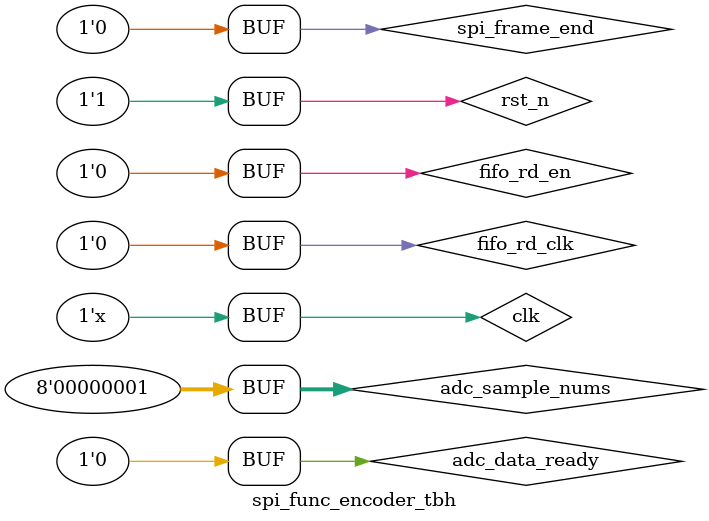
<source format=v>
`timescale 1ns / 1ps


module spi_func_encoder_tbh();
    reg clk, rst_n;

    reg spi_frame_end;
    wire spi_func_ready;
    wire [7:0] func_byte;
    wire [7:0] param_byte;

    reg fifo_rd_en;
    reg fifo_rd_clk;
    wire [7:0] fifo_data;

    reg adc_data_ready;
    reg [7:0] adc_sample_nums;
    wire adc_fifo_rd_en;
    wire adc_fifo_rd_clk;
    reg [7:0] adc_fifo_data;

    spi_func_encoder u0(clk, rst_n, spi_frame_end, spi_func_ready, func_byte, param_byte,
                     fifo_rd_en, fifo_rd_clk, fifo_data,
                     adc_data_ready, adc_sample_nums, adc_fifo_rd_en, adc_fifo_rd_clk, adc_fifo_data
                    );

    always #5 clk = ~clk;

    always @ (posedge adc_fifo_rd_clk) adc_fifo_data <= adc_fifo_data + 1'b1;

    initial begin
        clk = 0;
        rst_n = 0;

        spi_frame_end = 0;

        fifo_rd_en = 0;
        fifo_rd_clk = 0;

        adc_data_ready = 0;
        adc_sample_nums = 0;
        adc_fifo_data <= 0;

        #15 rst_n = 1;

        #100;

        #10 adc_sample_nums = 8'h01;
        #11 adc_data_ready = 1;
        #20 adc_data_ready = 0;

        #39;

        repeat(4) begin
            #10 fifo_rd_clk = 1;
            #10 fifo_rd_clk = 0;
        end

        #10 fifo_rd_en = 1;
        repeat(4) begin
            #10 fifo_rd_clk = 1;
            #30 fifo_rd_clk = 0;
        end
        #10 fifo_rd_en = 0;

        #10 fifo_rd_clk = 1;
        #10 fifo_rd_clk = 0;

        #50 spi_frame_end = 1;
        #10 spi_frame_end = 0;

    end



endmodule

</source>
